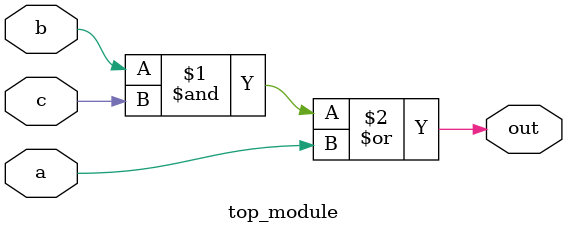
<source format=sv>
module top_module(
    input a, 
    input b,
    input c,
    output out
);

assign out = (b & c) | a;

endmodule

</source>
